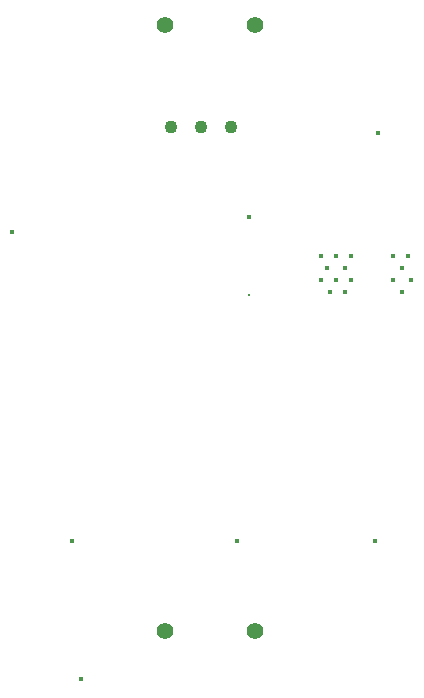
<source format=gbr>
%TF.GenerationSoftware,KiCad,Pcbnew,7.0.5*%
%TF.CreationDate,2024-02-24T22:07:35+07:00*%
%TF.ProjectId,CN13_Case,434e3133-5f43-4617-9365-2e6b69636164,rev?*%
%TF.SameCoordinates,Original*%
%TF.FileFunction,Plated,1,2,PTH,Drill*%
%TF.FilePolarity,Positive*%
%FSLAX46Y46*%
G04 Gerber Fmt 4.6, Leading zero omitted, Abs format (unit mm)*
G04 Created by KiCad (PCBNEW 7.0.5) date 2024-02-24 22:07:35*
%MOMM*%
%LPD*%
G01*
G04 APERTURE LIST*
%TA.AperFunction,ViaDrill*%
%ADD10C,0.300000*%
%TD*%
%TA.AperFunction,ViaDrill*%
%ADD11C,0.400000*%
%TD*%
%TA.AperFunction,ComponentDrill*%
%ADD12C,1.100000*%
%TD*%
%TA.AperFunction,ComponentDrill*%
%ADD13C,1.400000*%
%TD*%
G04 APERTURE END LIST*
D10*
X126492000Y-117856000D03*
D11*
X106426000Y-112522000D03*
X111506000Y-138684000D03*
X112268000Y-150368000D03*
X125476000Y-138684000D03*
X126492000Y-111252000D03*
X132588000Y-114554000D03*
X132588000Y-116586000D03*
X133096000Y-115570000D03*
X133350000Y-117602000D03*
X133858000Y-114554000D03*
X133858000Y-116586000D03*
X134620000Y-115570000D03*
X134620000Y-117602000D03*
X135128000Y-114554000D03*
X135128000Y-116586000D03*
X137160000Y-138684000D03*
X137414000Y-104140000D03*
X138684000Y-114554000D03*
X138684000Y-116586000D03*
X139446000Y-115570000D03*
X139446000Y-117602000D03*
X139954000Y-114554000D03*
X140208000Y-116586000D03*
D12*
%TO.C,Q1*%
X119888000Y-103632000D03*
X122428000Y-103632000D03*
X124968000Y-103632000D03*
D13*
%TO.C,J1*%
X119380000Y-94996000D03*
%TO.C,J2*%
X119380000Y-146304000D03*
%TO.C,J1*%
X127000000Y-94996000D03*
%TO.C,J2*%
X127000000Y-146304000D03*
M02*

</source>
